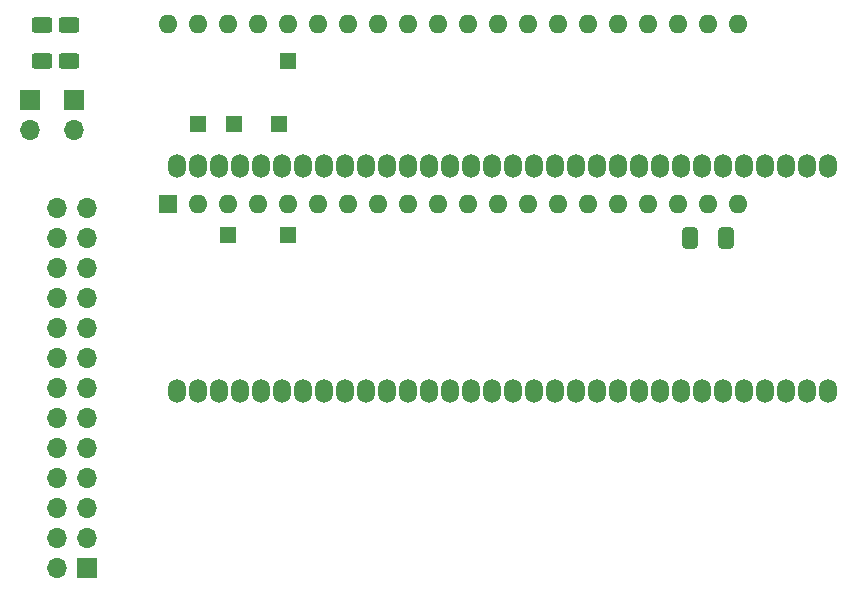
<source format=gbr>
%TF.GenerationSoftware,KiCad,Pcbnew,7.0.9-7.0.9~ubuntu20.04.1*%
%TF.CreationDate,2023-12-27T13:11:39+01:00*%
%TF.ProjectId,6303X_SDIP_Addon,36333033-585f-4534-9449-505f4164646f,rev?*%
%TF.SameCoordinates,Original*%
%TF.FileFunction,Soldermask,Bot*%
%TF.FilePolarity,Negative*%
%FSLAX46Y46*%
G04 Gerber Fmt 4.6, Leading zero omitted, Abs format (unit mm)*
G04 Created by KiCad (PCBNEW 7.0.9-7.0.9~ubuntu20.04.1) date 2023-12-27 13:11:39*
%MOMM*%
%LPD*%
G01*
G04 APERTURE LIST*
G04 Aperture macros list*
%AMRoundRect*
0 Rectangle with rounded corners*
0 $1 Rounding radius*
0 $2 $3 $4 $5 $6 $7 $8 $9 X,Y pos of 4 corners*
0 Add a 4 corners polygon primitive as box body*
4,1,4,$2,$3,$4,$5,$6,$7,$8,$9,$2,$3,0*
0 Add four circle primitives for the rounded corners*
1,1,$1+$1,$2,$3*
1,1,$1+$1,$4,$5*
1,1,$1+$1,$6,$7*
1,1,$1+$1,$8,$9*
0 Add four rect primitives between the rounded corners*
20,1,$1+$1,$2,$3,$4,$5,0*
20,1,$1+$1,$4,$5,$6,$7,0*
20,1,$1+$1,$6,$7,$8,$9,0*
20,1,$1+$1,$8,$9,$2,$3,0*%
G04 Aperture macros list end*
%ADD10R,1.700000X1.700000*%
%ADD11O,1.700000X1.700000*%
%ADD12R,1.350000X1.350000*%
%ADD13R,1.600000X1.600000*%
%ADD14O,1.600000X1.600000*%
%ADD15O,1.500000X2.000000*%
%ADD16RoundRect,0.250000X0.412500X0.650000X-0.412500X0.650000X-0.412500X-0.650000X0.412500X-0.650000X0*%
%ADD17RoundRect,0.250000X-0.625000X0.400000X-0.625000X-0.400000X0.625000X-0.400000X0.625000X0.400000X0*%
G04 APERTURE END LIST*
D10*
%TO.C,JP1*%
X162052000Y-43942000D03*
D11*
X162052000Y-46482000D03*
%TD*%
D12*
%TO.C,J4*%
X183896000Y-40640000D03*
%TD*%
D13*
%TO.C,U3*%
X173736000Y-52730400D03*
D14*
X176276000Y-52730400D03*
X178816000Y-52730400D03*
X181356000Y-52730400D03*
X183896000Y-52730400D03*
X186436000Y-52730400D03*
X188976000Y-52730400D03*
X191516000Y-52730400D03*
X194056000Y-52730400D03*
X196596000Y-52730400D03*
X199136000Y-52730400D03*
X201676000Y-52730400D03*
X204216000Y-52730400D03*
X206756000Y-52730400D03*
X209296000Y-52730400D03*
X211836000Y-52730400D03*
X214376000Y-52730400D03*
X216916000Y-52730400D03*
X219456000Y-52730400D03*
X221996000Y-52730400D03*
X221996000Y-37490400D03*
X219456000Y-37490400D03*
X216916000Y-37490400D03*
X214376000Y-37490400D03*
X211836000Y-37490400D03*
X209296000Y-37490400D03*
X206756000Y-37490400D03*
X204216000Y-37490400D03*
X201676000Y-37490400D03*
X199136000Y-37490400D03*
X196596000Y-37490400D03*
X194056000Y-37490400D03*
X191516000Y-37490400D03*
X188976000Y-37490400D03*
X186436000Y-37490400D03*
X183896000Y-37490400D03*
X181356000Y-37490400D03*
X178816000Y-37490400D03*
X176276000Y-37490400D03*
X173736000Y-37490400D03*
%TD*%
D10*
%TO.C,J1*%
X166878000Y-83566000D03*
D11*
X164338000Y-83566000D03*
X166878000Y-81026000D03*
X164338000Y-81026000D03*
X166878000Y-78486000D03*
X164338000Y-78486000D03*
X166878000Y-75946000D03*
X164338000Y-75946000D03*
X166878000Y-73406000D03*
X164338000Y-73406000D03*
X166878000Y-70866000D03*
X164338000Y-70866000D03*
X166878000Y-68326000D03*
X164338000Y-68326000D03*
X166878000Y-65786000D03*
X164338000Y-65786000D03*
X166878000Y-63246000D03*
X164338000Y-63246000D03*
X166878000Y-60706000D03*
X164338000Y-60706000D03*
X166878000Y-58166000D03*
X164338000Y-58166000D03*
X166878000Y-55626000D03*
X164338000Y-55626000D03*
X166878000Y-53086000D03*
X164338000Y-53086000D03*
%TD*%
D15*
%TO.C,U2*%
X174442000Y-68550000D03*
X176220000Y-68550000D03*
X177998000Y-68550000D03*
X179776000Y-68550000D03*
X181554000Y-68550000D03*
X183332000Y-68550000D03*
X185110000Y-68550000D03*
X186888000Y-68550000D03*
X188666000Y-68550000D03*
X190444000Y-68550000D03*
X192222000Y-68550000D03*
X194000000Y-68550000D03*
X195778000Y-68550000D03*
X197556000Y-68550000D03*
X199334000Y-68550000D03*
X201112000Y-68550000D03*
X202890000Y-68550000D03*
X204668000Y-68550000D03*
X206446000Y-68550000D03*
X208224000Y-68550000D03*
X210002000Y-68550000D03*
X211780000Y-68550000D03*
X213558000Y-68550000D03*
X215336000Y-68550000D03*
X217114000Y-68550000D03*
X218892000Y-68550000D03*
X220670000Y-68550000D03*
X222448000Y-68550000D03*
X224226000Y-68550000D03*
X226004000Y-68550000D03*
X227782000Y-68550000D03*
X229560000Y-68550000D03*
X229560000Y-49500000D03*
X227782000Y-49500000D03*
X226004000Y-49500000D03*
X224226000Y-49500000D03*
X222448000Y-49500000D03*
X220670000Y-49500000D03*
X218892000Y-49500000D03*
X217114000Y-49500000D03*
X215336000Y-49500000D03*
X213558000Y-49500000D03*
X211780000Y-49500000D03*
X210002000Y-49500000D03*
X208224000Y-49500000D03*
X206446000Y-49500000D03*
X204668000Y-49500000D03*
X202890000Y-49500000D03*
X201112000Y-49500000D03*
X199334000Y-49500000D03*
X197556000Y-49500000D03*
X195778000Y-49500000D03*
X194000000Y-49500000D03*
X192222000Y-49500000D03*
X190444000Y-49500000D03*
X188666000Y-49500000D03*
X186888000Y-49500000D03*
X185110000Y-49500000D03*
X183332000Y-49500000D03*
X181554000Y-49500000D03*
X179776000Y-49500000D03*
X177998000Y-49500000D03*
X176220000Y-49500000D03*
X174442000Y-49500000D03*
%TD*%
D10*
%TO.C,JP2*%
X165709600Y-43942000D03*
D11*
X165709600Y-46482000D03*
%TD*%
D12*
%TO.C,J7*%
X183134000Y-45974000D03*
%TD*%
%TO.C,J6*%
X183896000Y-55372000D03*
%TD*%
%TO.C,J9*%
X179324000Y-45974000D03*
%TD*%
%TO.C,J8*%
X176276000Y-45974000D03*
%TD*%
%TO.C,J3*%
X178816000Y-55372000D03*
%TD*%
D16*
%TO.C,C1*%
X220980000Y-55626000D03*
X217855000Y-55626000D03*
%TD*%
D17*
%TO.C,R1*%
X163068000Y-37566000D03*
X163068000Y-40666000D03*
%TD*%
%TO.C,R2*%
X165354000Y-37566000D03*
X165354000Y-40666000D03*
%TD*%
M02*

</source>
